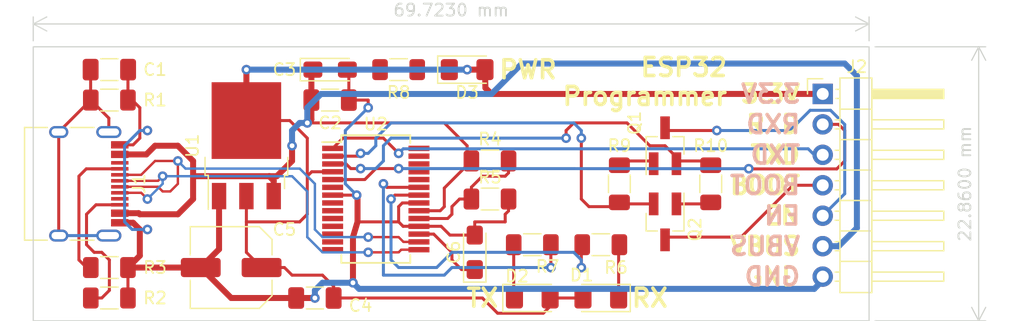
<source format=kicad_pcb>
(kicad_pcb (version 20211014) (generator pcbnew)
  (layers (0 "F.Cu" signal) (31 "B.Cu" signal) (34 "B.Paste" user) (35 "F.Paste" user) (36 "B.SilkS" user "B.Silkscreen") (37 "F.SilkS" user "F.Silkscreen") (38 "B.Mask" user) (39 "F.Mask" user) (44 "Edge.Cuts" user))
  (net 0 "")
  (net 1 "Net-(C1-Pad1)")
  (net 2 "GND")
  (net 3 "VBUS")
  (net 4 "+3.3V")
  (net 5 "Net-(C6-Pad1)")
  (net 6 "Net-(D1-Pad1)")
  (net 7 "Net-(D2-Pad1)")
  (net 8 "Net-(D3-Pad1)")
  (net 9 "Net-(J1-PadA5)")
  (net 10 "D+")
  (net 11 "D-")
  (net 13 "Net-(J1-PadB5)")
  (net 15 "RXD")
  (net 16 "EN")
  (net 17 "TXD")
  (net 18 "BOOT")
  (net 19 "RTS")
  (net 20 "Net-(R10-Pad2)")
  (net 21 "DTR")
  (net 22 "Net-(R4-Pad2)")
  (net 23 "Net-(R6-Pad1)")
  (net 24 "Net-(R7-Pad1)")
  (net 38 "Net-(R9-Pad2)")
  (footprint "Capacitor_SMD:C_1206_3216Metric_Pad1.33x1.80mm_HandSolder" (layer "F.Cu") (at 114.3 118.11 180)
    (fp_text reference "C4" (at -3.81 -0.635) (layer "F.SilkS"))
    (fp_text value "100nF")
    (pad "1" smd roundrect (at -1.5625 0 180) (size 1.325 1.8) (layers "F.Cu" "F.Paste" "F.Mask") (roundrect_rratio 0.1886792453) (net 4 "+3.3V"))
    (pad "2" smd roundrect (at 1.5625 0 180) (size 1.325 1.8) (layers "F.Cu" "F.Paste" "F.Mask") (roundrect_rratio 0.1886792453) (net 2 "GND"))
  )
  (footprint "Connector_PinHeader_2.54mm:PinHeader_1x07_P2.54mm_Horizontal" (layer "F.Cu") (at 156.661 101.087)
    (fp_text reference "J2" (at 2.851 -2.27) (layer "F.SilkS"))
    (fp_text value "Conn_01x07")
    (pad "1" thru_hole rect (at 0 0) (size 1.7 1.7) (drill 1) (layers *.Cu *.Mask) (net 4 "+3.3V"))
    (pad "2" thru_hole oval (at 0 2.54) (size 1.7 1.7) (drill 1) (layers *.Cu *.Mask) (net 15 "RXD"))
    (pad "3" thru_hole oval (at 0 5.08) (size 1.7 1.7) (drill 1) (layers *.Cu *.Mask) (net 17 "TXD"))
    (pad "4" thru_hole oval (at 0 7.62) (size 1.7 1.7) (drill 1) (layers *.Cu *.Mask) (net 18 "BOOT"))
    (pad "5" thru_hole oval (at 0 10.16) (size 1.7 1.7) (drill 1) (layers *.Cu *.Mask) (net 16 "EN"))
    (pad "6" thru_hole oval (at 0 12.7) (size 1.7 1.7) (drill 1) (layers *.Cu *.Mask) (net 3 "VBUS"))
    (pad "7" thru_hole oval (at 0 15.24) (size 1.7 1.7) (drill 1) (layers *.Cu *.Mask) (net 2 "GND"))
  )
  (footprint "Package_TO_SOT_SMD:TO-252-3_TabPin2" (layer "F.Cu") (at 108.585 105.41 90)
    (fp_text reference "U1" (at 0 -4.5 90) (layer "F.SilkS"))
    (fp_text value "TLV1117-33")
    (pad "1" smd rect (at -4.2 -2.28 90) (size 2.2 1.2) (layers "F.Cu" "F.Paste" "F.Mask") (net 2 "GND"))
    (pad "2" smd rect (at -4.2 0 90) (size 2.2 1.2) (layers "F.Cu" "F.Paste" "F.Mask") (net 4 "+3.3V"))
    (pad "2" smd rect (at 2.1 0 90) (size 6.4 5.8) (layers "F.Cu" "F.Mask") (net 4 "+3.3V"))
    (pad "3" smd rect (at -4.2 2.28 90) (size 2.2 1.2) (layers "F.Cu" "F.Paste" "F.Mask") (net 3 "VBUS"))
  )
  (footprint "Capacitor_SMD:C_Elec_6.3x5.4" (layer "F.Cu") (at 107.315 115.57 180)
    (fp_text reference "C5" (at -4.445 3.175) (layer "F.SilkS"))
    (fp_text value "47uF")
    (pad "1" smd roundrect (at -2.5375 0 180) (size 3.325 1.6) (layers "F.Cu" "F.Paste" "F.Mask") (roundrect_rratio 0.15625) (net 4 "+3.3V"))
    (pad "2" smd roundrect (at 2.5375 0 180) (size 3.325 1.6) (layers "F.Cu" "F.Paste" "F.Mask") (roundrect_rratio 0.15625) (net 2 "GND"))
  )
  (footprint "Capacitor_Tantalum_SMD:CP_EIA-3216-12_Kemet-S_Pad1.58x1.35mm_HandSolder" (layer "F.Cu") (at 115.57 99.06)
    (fp_text reference "C3" (at -3.81 0) (layer "F.SilkS"))
    (fp_text value "4.7uF")
    (pad "1" smd roundrect (at -1.4375 0) (size 1.575 1.35) (layers "F.Cu" "F.Paste" "F.Mask") (roundrect_rratio 0.1851851852) (net 3 "VBUS"))
    (pad "2" smd roundrect (at 1.4375 0) (size 1.575 1.35) (layers "F.Cu" "F.Paste" "F.Mask") (roundrect_rratio 0.1851851852) (net 2 "GND"))
  )
  (footprint "Resistor_SMD:R_1206_3216Metric_Pad1.30x1.75mm_HandSolder" (layer "F.Cu") (at 128.905 106.68)
    (fp_text reference "R4" (at 0 -1.82) (layer "F.SilkS"))
    (fp_text value "4.7K")
    (pad "1" smd roundrect (at -1.55 0) (size 1.3 1.75) (layers "F.Cu" "F.Paste" "F.Mask") (roundrect_rratio 0.1923076923) (net 3 "VBUS"))
    (pad "2" smd roundrect (at 1.55 0) (size 1.3 1.75) (layers "F.Cu" "F.Paste" "F.Mask") (roundrect_rratio 0.1923076923) (net 22 "Net-(R4-Pad2)"))
  )
  (footprint "Capacitor_SMD:C_1206_3216Metric_Pad1.33x1.80mm_HandSolder" (layer "F.Cu") (at 115.57 101.6)
    (fp_text reference "C2" (at 0 1.905) (layer "F.SilkS"))
    (fp_text value "100nF")
    (pad "1" smd roundrect (at -1.5625 0) (size 1.325 1.8) (layers "F.Cu" "F.Paste" "F.Mask") (roundrect_rratio 0.1886792453) (net 3 "VBUS"))
    (pad "2" smd roundrect (at 1.5625 0) (size 1.325 1.8) (layers "F.Cu" "F.Paste" "F.Mask") (roundrect_rratio 0.1886792453) (net 2 "GND"))
  )
  (footprint "Resistor_SMD:R_1206_3216Metric_Pad1.30x1.75mm_HandSolder" (layer "F.Cu") (at 128.905 109.855)
    (fp_text reference "R5" (at 0 -1.82) (layer "F.SilkS"))
    (fp_text value "10K")
    (pad "1" smd roundrect (at -1.55 0) (size 1.3 1.75) (layers "F.Cu" "F.Paste" "F.Mask") (roundrect_rratio 0.1923076923) (net 22 "Net-(R4-Pad2)"))
    (pad "2" smd roundrect (at 1.55 0) (size 1.3 1.75) (layers "F.Cu" "F.Paste" "F.Mask") (roundrect_rratio 0.1923076923) (net 2 "GND"))
  )
  (footprint "Resistor_SMD:R_1206_3216Metric_Pad1.30x1.75mm_HandSolder" (layer "F.Cu") (at 121.285 99.06 180)
    (fp_text reference "R8" (at 0 -1.905) (layer "F.SilkS"))
    (fp_text value "620R")
    (pad "1" smd roundrect (at -1.55 0 180) (size 1.3 1.75) (layers "F.Cu" "F.Paste" "F.Mask") (roundrect_rratio 0.1923076923) (net 8 "Net-(D3-Pad1)"))
    (pad "2" smd roundrect (at 1.55 0 180) (size 1.3 1.75) (layers "F.Cu" "F.Paste" "F.Mask") (roundrect_rratio 0.1923076923) (net 2 "GND"))
  )
  (footprint "Resistor_SMD:R_1206_3216Metric_Pad1.30x1.75mm_HandSolder" (layer "F.Cu") (at 97.155 101.6)
    (fp_text reference "R1" (at 3.81 0) (layer "F.SilkS"))
    (fp_text value "1M")
    (pad "1" smd roundrect (at -1.55 0) (size 1.3 1.75) (layers "F.Cu" "F.Paste" "F.Mask") (roundrect_rratio 0.1923076923) (net 1 "Net-(C1-Pad1)"))
    (pad "2" smd roundrect (at 1.55 0) (size 1.3 1.75) (layers "F.Cu" "F.Paste" "F.Mask") (roundrect_rratio 0.1923076923) (net 2 "GND"))
  )
  (footprint "Resistor_SMD:R_1206_3216Metric_Pad1.30x1.75mm_HandSolder" (layer "F.Cu") (at 138.15 113.665)
    (fp_text reference "R6" (at 1.27 1.905) (layer "F.SilkS"))
    (fp_text value "620R")
    (pad "1" smd roundrect (at -1.55 0) (size 1.3 1.75) (layers "F.Cu" "F.Paste" "F.Mask") (roundrect_rratio 0.1923076923) (net 23 "Net-(R6-Pad1)"))
    (pad "2" smd roundrect (at 1.55 0) (size 1.3 1.75) (layers "F.Cu" "F.Paste" "F.Mask") (roundrect_rratio 0.1923076923) (net 6 "Net-(D1-Pad1)"))
  )
  (footprint "Resistor_SMD:R_1206_3216Metric_Pad1.30x1.75mm_HandSolder" (layer "F.Cu") (at 132.435 113.665 180)
    (fp_text reference "R7" (at -1.27 -1.82) (layer "F.SilkS"))
    (fp_text value "620R")
    (pad "1" smd roundrect (at -1.55 0 180) (size 1.3 1.75) (layers "F.Cu" "F.Paste" "F.Mask") (roundrect_rratio 0.1923076923) (net 24 "Net-(R7-Pad1)"))
    (pad "2" smd roundrect (at 1.55 0 180) (size 1.3 1.75) (layers "F.Cu" "F.Paste" "F.Mask") (roundrect_rratio 0.1923076923) (net 7 "Net-(D2-Pad1)"))
  )
  (footprint "Resistor_SMD:R_1206_3216Metric_Pad1.30x1.75mm_HandSolder" (layer "F.Cu") (at 97.155 115.57)
    (fp_text reference "R3" (at 3.81 0) (layer "F.SilkS"))
    (fp_text value "5.1K")
    (pad "1" smd roundrect (at -1.55 0) (size 1.3 1.75) (layers "F.Cu" "F.Paste" "F.Mask") (roundrect_rratio 0.1923076923) (net 9 "Net-(J1-PadA5)"))
    (pad "2" smd roundrect (at 1.55 0) (size 1.3 1.75) (layers "F.Cu" "F.Paste" "F.Mask") (roundrect_rratio 0.1923076923) (net 2 "GND"))
  )
  (footprint "Connector_USB:USB_C_Receptacle_HRO_TYPE-C-31-M-12" (layer "F.Cu") (at 93.98 108.585 -90)
    (fp_text reference "J1" (at 0 -5.645 90) (layer "F.SilkS"))
    (fp_text value "USB_C")
    (pad "" np_thru_hole circle (at 2.89 -2.6 270) (size 0.65 0.65) (drill 0.65) (layers *.Cu *.Mask))
    (pad "" np_thru_hole circle (at -2.89 -2.6 270) (size 0.65 0.65) (drill 0.65) (layers *.Cu *.Mask))
    (pad "A1" smd rect (at -3.25 -4.045 270) (size 0.6 1.45) (layers "F.Cu" "F.Paste" "F.Mask") (net 2 "GND"))
    (pad "A4" smd rect (at -2.45 -4.045 270) (size 0.6 1.45) (layers "F.Cu" "F.Paste" "F.Mask") (net 3 "VBUS"))
    (pad "A5" smd rect (at -1.25 -4.045 270) (size 0.3 1.45) (layers "F.Cu" "F.Paste" "F.Mask") (net 9 "Net-(J1-PadA5)"))
    (pad "A6" smd rect (at -0.25 -4.045 270) (size 0.3 1.45) (layers "F.Cu" "F.Paste" "F.Mask") (net 10 "D+"))
    (pad "A7" smd rect (at 0.25 -4.045 270) (size 0.3 1.45) (layers "F.Cu" "F.Paste" "F.Mask") (net 11 "D-"))
    (pad "A8" smd rect (at 1.25 -4.045 270) (size 0.3 1.45) (layers "F.Cu" "F.Paste" "F.Mask"))
    (pad "A9" smd rect (at 2.45 -4.045 270) (size 0.6 1.45) (layers "F.Cu" "F.Paste" "F.Mask") (net 3 "VBUS"))
    (pad "A12" smd rect (at 3.25 -4.045 270) (size 0.6 1.45) (layers "F.Cu" "F.Paste" "F.Mask") (net 2 "GND"))
    (pad "B1" smd rect (at 3.25 -4.045 270) (size 0.6 1.45) (layers "F.Cu" "F.Paste" "F.Mask") (net 2 "GND"))
    (pad "B4" smd rect (at 2.45 -4.045 270) (size 0.6 1.45) (layers "F.Cu" "F.Paste" "F.Mask") (net 3 "VBUS"))
    (pad "B5" smd rect (at 1.75 -4.045 270) (size 0.3 1.45) (layers "F.Cu" "F.Paste" "F.Mask") (net 13 "Net-(J1-PadB5)"))
    (pad "B6" smd rect (at 0.75 -4.045 270) (size 0.3 1.45) (layers "F.Cu" "F.Paste" "F.Mask") (net 10 "D+"))
    (pad "B7" smd rect (at -0.75 -4.045 270) (size 0.3 1.45) (layers "F.Cu" "F.Paste" "F.Mask") (net 11 "D-"))
    (pad "B8" smd rect (at -1.75 -4.045 270) (size 0.3 1.45) (layers "F.Cu" "F.Paste" "F.Mask"))
    (pad "B9" smd rect (at -2.45 -4.045 270) (size 0.6 1.45) (layers "F.Cu" "F.Paste" "F.Mask") (net 3 "VBUS"))
    (pad "B12" smd rect (at -3.25 -4.045 270) (size 0.6 1.45) (layers "F.Cu" "F.Paste" "F.Mask") (net 2 "GND"))
    (pad "S1" thru_hole oval (at 4.32 -3.13 270) (size 1 2.1) (drill oval 0.6 1.7) (layers *.Cu *.Mask) (net 1 "Net-(C1-Pad1)"))
    (pad "S1" thru_hole oval (at 4.32 1.05 270) (size 1 1.6) (drill oval 0.6 1.2) (layers *.Cu *.Mask) (net 1 "Net-(C1-Pad1)"))
    (pad "S1" thru_hole oval (at -4.32 1.05 270) (size 1 1.6) (drill oval 0.6 1.2) (layers *.Cu *.Mask) (net 1 "Net-(C1-Pad1)"))
    (pad "S1" thru_hole oval (at -4.32 -3.13 270) (size 1 2.1) (drill oval 0.6 1.7) (layers *.Cu *.Mask) (net 1 "Net-(C1-Pad1)"))
  )
  (footprint "LED_SMD:LED_1206_3216Metric_Pad1.42x1.75mm_HandSolder" (layer "F.Cu") (at 138.15 118.11 180)
    (fp_text reference "D1" (at 1.6 1.905) (layer "F.SilkS"))
    (fp_text value "RX")
    (pad "1" smd roundrect (at -1.4875 0 180) (size 1.425 1.75) (layers "F.Cu" "F.Paste" "F.Mask") (roundrect_rratio 0.1754392982) (net 6 "Net-(D1-Pad1)"))
    (pad "2" smd roundrect (at 1.4875 0 180) (size 1.425 1.75) (layers "F.Cu" "F.Paste" "F.Mask") (roundrect_rratio 0.1754392982) (net 4 "+3.3V"))
  )
  (footprint "Package_TO_SOT_SMD:SOT-23_Handsoldering" (layer "F.Cu") (at 143.51 111.76 -90)
    (fp_text reference "Q2" (at 0.635 -2.5 90) (layer "F.SilkS"))
    (fp_text value "BC847")
    (pad "1" smd rect (at -1.5 -0.95 270) (size 1.9 0.8) (layers "F.Cu" "F.Paste" "F.Mask") (net 20 "Net-(R10-Pad2)"))
    (pad "2" smd rect (at -1.5 0.95 270) (size 1.9 0.8) (layers "F.Cu" "F.Paste" "F.Mask") (net 21 "DTR"))
    (pad "3" smd rect (at 1.5 0 270) (size 1.9 0.8) (layers "F.Cu" "F.Paste" "F.Mask") (net 18 "BOOT"))
  )
  (footprint "Resistor_SMD:R_1206_3216Metric_Pad1.30x1.75mm_HandSolder" (layer "F.Cu") (at 97.155 118.11)
    (fp_text reference "R2" (at 3.81 0) (layer "F.SilkS"))
    (fp_text value "5.1K")
    (pad "1" smd roundrect (at -1.55 0) (size 1.3 1.75) (layers "F.Cu" "F.Paste" "F.Mask") (roundrect_rratio 0.1923076923) (net 13 "Net-(J1-PadB5)"))
    (pad "2" smd roundrect (at 1.55 0) (size 1.3 1.75) (layers "F.Cu" "F.Paste" "F.Mask") (roundrect_rratio 0.1923076923) (net 2 "GND"))
  )
  (footprint "Capacitor_SMD:C_1206_3216Metric_Pad1.33x1.80mm_HandSolder" (layer "F.Cu") (at 97.155 99.06)
    (fp_text reference "C1" (at 3.81 0) (layer "F.SilkS"))
    (fp_text value "10nF")
    (pad "1" smd roundrect (at -1.5625 0) (size 1.325 1.8) (layers "F.Cu" "F.Paste" "F.Mask") (roundrect_rratio 0.1886792453) (net 1 "Net-(C1-Pad1)"))
    (pad "2" smd roundrect (at 1.5625 0) (size 1.325 1.8) (layers "F.Cu" "F.Paste" "F.Mask") (roundrect_rratio 0.1886792453) (net 2 "GND"))
  )
  (footprint "Resistor_SMD:R_1206_3216Metric_Pad1.30x1.75mm_HandSolder" (layer "F.Cu") (at 139.7 108.585 90)
    (fp_text reference "R9" (at 3.175 0 180) (layer "F.SilkS"))
    (fp_text value "10K")
    (pad "1" smd roundrect (at -1.55 0 90) (size 1.3 1.75) (layers "F.Cu" "F.Paste" "F.Mask") (roundrect_rratio 0.1923076923) (net 21 "DTR"))
    (pad "2" smd roundrect (at 1.55 0 90) (size 1.3 1.75) (layers "F.Cu" "F.Paste" "F.Mask") (roundrect_rratio 0.1923076923) (net 38 "Net-(R9-Pad2)"))
  )
  (footprint "Capacitor_Tantalum_SMD:CP_EIA-3216-12_Kemet-S_Pad1.58x1.35mm_HandSolder" (layer "F.Cu") (at 127.635 114.3 90)
    (fp_text reference "C6" (at 0 -1.75 90) (layer "F.SilkS"))
    (fp_text value "1uF")
    (pad "1" smd roundrect (at -1.4375 0 90) (size 1.575 1.35) (layers "F.Cu" "F.Paste" "F.Mask") (roundrect_rratio 0.1851851852) (net 5 "Net-(C6-Pad1)"))
    (pad "2" smd roundrect (at 1.4375 0 90) (size 1.575 1.35) (layers "F.Cu" "F.Paste" "F.Mask") (roundrect_rratio 0.1851851852) (net 2 "GND"))
  )
  (footprint "LED_SMD:LED_1206_3216Metric_Pad1.42x1.75mm_HandSolder" (layer "F.Cu") (at 132.435 118.11)
    (fp_text reference "D2" (at -1.27 -1.82) (layer "F.SilkS"))
    (fp_text value "TX")
    (pad "1" smd roundrect (at -1.4875 0) (size 1.425 1.75) (layers "F.Cu" "F.Paste" "F.Mask") (roundrect_rratio 0.1754392982) (net 7 "Net-(D2-Pad1)"))
    (pad "2" smd roundrect (at 1.4875 0) (size 1.425 1.75) (layers "F.Cu" "F.Paste" "F.Mask") (roundrect_rratio 0.1754392982) (net 4 "+3.3V"))
  )
  (footprint "Package_SO:SSOP-28_5.3x10.2mm_P0.65mm" (layer "F.Cu") (at 119.38 109.855)
    (fp_text reference "U2" (at 0 -6.25) (layer "F.SilkS"))
    (fp_text value "CY7C65213-28PVXI")
    (pad "1" smd rect (at -3.6 -4.225) (size 1.75 0.45) (layers "F.Cu" "F.Paste" "F.Mask") (net 17 "TXD"))
    (pad "2" smd rect (at -3.6 -3.575) (size 1.75 0.45) (layers "F.Cu" "F.Paste" "F.Mask") (net 21 "DTR"))
    (pad "3" smd rect (at -3.6 -2.925) (size 1.75 0.45) (layers "F.Cu" "F.Paste" "F.Mask") (net 19 "RTS"))
    (pad "4" smd rect (at -3.6 -2.275) (size 1.75 0.45) (layers "F.Cu" "F.Paste" "F.Mask") (net 4 "+3.3V"))
    (pad "5" smd rect (at -3.6 -1.625) (size 1.75 0.45) (layers "F.Cu" "F.Paste" "F.Mask") (net 15 "RXD"))
    (pad "6" smd rect (at -3.6 -0.975) (size 1.75 0.45) (layers "F.Cu" "F.Paste" "F.Mask"))
    (pad "7" smd rect (at -3.6 -0.325) (size 1.75 0.45) (layers "F.Cu" "F.Paste" "F.Mask") (net 2 "GND"))
    (pad "8" smd rect (at -3.6 0.325) (size 1.75 0.45) (layers "F.Cu" "F.Paste" "F.Mask"))
    (pad "9" smd rect (at -3.6 0.975) (size 1.75 0.45) (layers "F.Cu" "F.Paste" "F.Mask"))
    (pad "10" smd rect (at -3.6 1.625) (size 1.75 0.45) (layers "F.Cu" "F.Paste" "F.Mask"))
    (pad "11" smd rect (at -3.6 2.275) (size 1.75 0.45) (layers "F.Cu" "F.Paste" "F.Mask"))
    (pad "12" smd rect (at -3.6 2.925) (size 1.75 0.45) (layers "F.Cu" "F.Paste" "F.Mask"))
    (pad "13" smd rect (at -3.6 3.575) (size 1.75 0.45) (layers "F.Cu" "F.Paste" "F.Mask"))
    (pad "14" smd rect (at -3.6 4.225) (size 1.75 0.45) (layers "F.Cu" "F.Paste" "F.Mask"))
    (pad "15" smd rect (at 3.6 4.225) (size 1.75 0.45) (layers "F.Cu" "F.Paste" "F.Mask") (net 10 "D+"))
    (pad "16" smd rect (at 3.6 3.575) (size 1.75 0.45) (layers "F.Cu" "F.Paste" "F.Mask") (net 11 "D-"))
    (pad "17" smd rect (at 3.6 2.925) (size 1.75 0.45) (layers "F.Cu" "F.Paste" "F.Mask") (net 5 "Net-(C6-Pad1)"))
    (pad "18" smd rect (at 3.6 2.275) (size 1.75 0.45) (layers "F.Cu" "F.Paste" "F.Mask") (net 2 "GND"))
    (pad "19" smd rect (at 3.6 1.625) (size 1.75 0.45) (layers "F.Cu" "F.Paste" "F.Mask") (net 22 "Net-(R4-Pad2)"))
    (pad "20" smd rect (at 3.6 0.975) (size 1.75 0.45) (layers "F.Cu" "F.Paste" "F.Mask") (net 3 "VBUS"))
    (pad "21" smd rect (at 3.6 0.325) (size 1.75 0.45) (layers "F.Cu" "F.Paste" "F.Mask") (net 2 "GND"))
    (pad "22" smd rect (at 3.6 -0.325) (size 1.75 0.45) (layers "F.Cu" "F.Paste" "F.Mask") (net 23 "Net-(R6-Pad1)"))
    (pad "23" smd rect (at 3.6 -0.975) (size 1.75 0.45) (layers "F.Cu" "F.Paste" "F.Mask") (net 24 "Net-(R7-Pad1)"))
    (pad "24" smd rect (at 3.6 -1.625) (size 1.75 0.45) (layers "F.Cu" "F.Paste" "F.Mask"))
    (pad "25" smd rect (at 3.6 -2.275) (size 1.75 0.45) (layers "F.Cu" "F.Paste" "F.Mask"))
    (pad "26" smd rect (at 3.6 -2.925) (size 1.75 0.45) (layers "F.Cu" "F.Paste" "F.Mask"))
    (pad "27" smd rect (at 3.6 -3.575) (size 1.75 0.45) (layers "F.Cu" "F.Paste" "F.Mask"))
    (pad "28" smd rect (at 3.6 -4.225) (size 1.75 0.45) (layers "F.Cu" "F.Paste" "F.Mask"))
  )
  (footprint "Package_TO_SOT_SMD:SOT-23_Handsoldering" (layer "F.Cu") (at 143.51 105.41 90)
    (fp_text reference "Q1" (at 1.905 -2.54 90) (layer "F.SilkS"))
    (fp_text value "BC847")
    (pad "1" smd rect (at -1.5 -0.95 90) (size 1.9 0.8) (layers "F.Cu" "F.Paste" "F.Mask") (net 38 "Net-(R9-Pad2)"))
    (pad "2" smd rect (at -1.5 0.95 90) (size 1.9 0.8) (layers "F.Cu" "F.Paste" "F.Mask") (net 19 "RTS"))
    (pad "3" smd rect (at 1.5 0 90) (size 1.9 0.8) (layers "F.Cu" "F.Paste" "F.Mask") (net 16 "EN"))
  )
  (footprint "LED_SMD:LED_1206_3216Metric_Pad1.42x1.75mm_HandSolder" (layer "F.Cu") (at 127 99.06)
    (fp_text reference "D3" (at 0 1.905) (layer "F.SilkS"))
    (fp_text value "PWR")
    (pad "1" smd roundrect (at -1.4875 0) (size 1.425 1.75) (layers "F.Cu" "F.Paste" "F.Mask") (roundrect_rratio 0.1754392982) (net 8 "Net-(D3-Pad1)"))
    (pad "2" smd roundrect (at 1.4875 0) (size 1.425 1.75) (layers "F.Cu" "F.Paste" "F.Mask") (roundrect_rratio 0.1754392982) (net 4 "+3.3V"))
  )
  (footprint "Resistor_SMD:R_1206_3216Metric_Pad1.30x1.75mm_HandSolder" (layer "F.Cu") (at 147.32 108.585 -90)
    (fp_text reference "R10" (at -3.175 0) (layer "F.SilkS"))
    (fp_text value "10K")
    (pad "1" smd roundrect (at -1.55 0 270) (size 1.3 1.75) (layers "F.Cu" "F.Paste" "F.Mask") (roundrect_rratio 0.1923076923) (net 19 "RTS"))
    (pad "2" smd roundrect (at 1.55 0 270) (size 1.3 1.75) (layers "F.Cu" "F.Paste" "F.Mask") (roundrect_rratio 0.1923076923) (net 20 "Net-(R10-Pad2)"))
  )
  (gr_rect (start 160.528 97.155) (end 90.805 120.015) (layer "Edge.Cuts") (width 0.1) (fill none))
  (gr_text "3.3V" (at 154.94 101.087) (layer "B.SilkS") (effects (font (size 1.5 1.5) (thickness 0.3)) (justify left mirror)))
  (gr_text "TXD" (at 154.94 106.172) (layer "B.SilkS") (effects (font (size 1.5 1.5) (thickness 0.3)) (justify left mirror)))
  (gr_text "BOOT" (at 154.94 108.712) (layer "B.SilkS") (effects (font (size 1.5 1.5) (thickness 0.3)) (justify left mirror)))
  (gr_text "GND" (at 154.94 116.332) (layer "B.SilkS") (effects (font (size 1.5 1.5) (thickness 0.3)) (justify left mirror)))
  (gr_text "EN" (at 154.94 111.252) (layer "B.SilkS") (effects (font (size 1.5 1.5) (thickness 0.3)) (justify left mirror)))
  (gr_text "VBUS" (at 154.94 113.792) (layer "B.SilkS") (effects (font (size 1.5 1.5) (thickness 0.3)) (justify left mirror)))
  (gr_text "RXD" (at 154.94 103.632) (layer "B.SilkS") (effects (font (size 1.5 1.5) (thickness 0.3)) (justify left mirror)))
  (gr_text "PWR" (at 132.08 99.06) (layer "F.SilkS") (effects (font (size 1.5 1.5) (thickness 0.3))))
  (gr_text "EN" (at 154.94 111.252) (layer "F.SilkS") (effects (font (size 1.5 1.5) (thickness 0.3)) (justify right)))
  (gr_text "TXD" (at 154.94 106.172) (layer "F.SilkS") (effects (font (size 1.5 1.5) (thickness 0.3)) (justify right)))
  (gr_text "ESP32\nProgrammer" (at 148.844 100.076) (layer "F.SilkS") (effects (font (size 1.5 1.5) (thickness 0.3)) (justify right)))
  (gr_text "GND" (at 154.94 116.332) (layer "F.SilkS") (effects (font (size 1.5 1.5) (thickness 0.3)) (justify right)))
  (gr_text "RXD" (at 154.94 103.632) (layer "F.SilkS") (effects (font (size 1.5 1.5) (thickness 0.3)) (justify right)))
  (gr_text "RX" (at 142.24 118.11) (layer "F.SilkS") (effects (font (size 1.5 1.5) (thickness 0.3))))
  (gr_text "BOOT" (at 154.94 108.712) (layer "F.SilkS") (effects (font (size 1.5 1.5) (thickness 0.3)) (justify right)))
  (gr_text "VBUS" (at 154.94 113.792) (layer "F.SilkS") (effects (font (size 1.5 1.5) (thickness 0.3)) (justify right)))
  (gr_text "3.3V" (at 154.94 101.087) (layer "F.SilkS") (effects (font (size 1.5 1.5) (thickness 0.3)) (justify right)))
  (gr_text "TX" (at 128.27 118.11) (layer "F.SilkS") (effects (font (size 1.5 1.5) (thickness 0.3))))
  (dimension (type aligned) (layer "Edge.Cuts") (pts (xy 160.528 97.155) (xy 160.528 120.015)) (height -9.144) (gr_text "22.8600 mm" (at 168.522 108.585 90) (layer "Edge.Cuts") (effects (font (size 1 1) (thickness 0.15)))) (format (units 3) (units_format 1) (precision 4)) (style (thickness 0.1) (arrow_length 1.27) (text_position_mode 0) (extension_height 0.58642) (extension_offset 0.5) keep_text_aligned))
  (dimension (type aligned) (layer "Edge.Cuts") (pts (xy 160.528 97.155) (xy 90.805 97.155)) (height 1.905) (gr_text "69.7230 mm" (at 125.6665 94.1) (layer "Edge.Cuts") (effects (font (size 1 1) (thickness 0.15)))) (format (units 3) (units_format 1) (precision 4)) (style (thickness 0.1) (arrow_length 1.27) (text_position_mode 0) (extension_height 0.58642) (extension_offset 0.5) keep_text_aligned))
  (segment (start 95.605 101.6) (end 95.595 101.6) (width 0.25) (layer "F.Cu") (net 1))
  (segment (start 95.605 101.6) (end 97.11 103.105) (width 0.25) (layer "F.Cu") (net 1))
  (segment (start 95.5925 99.06) (end 95.5925 101.5875) (width 0.25) (layer "F.Cu") (net 1))
  (segment (start 97.11 112.905) (end 97.11 112.985) (width 0.25) (layer "F.Cu") (net 1))
  (segment (start 95.595 101.6) (end 92.93 104.265) (width 0.25) (layer "F.Cu") (net 1))
  (segment (start 97.11 103.105) (end 97.11 104.265) (width 0.25) (layer "F.Cu") (net 1))
  (segment (start 97.11 112.985) (end 97.155 113.03) (width 0.25) (layer "F.Cu") (net 1))
  (segment (start 95.5925 101.5875) (end 95.605 101.6) (width 0.25) (layer "F.Cu") (net 1))
  (segment (start 92.93 112.905) (end 92.93 104.265) (width 0.25) (layer "F.Cu") (net 1))
  (segment (start 97.11 112.905) (end 92.93 112.905) (width 0.25) (layer "B.Cu") (net 1))
  (segment (start 99.695 104.775) (end 99.695 102.235) (width 0.25) (layer "F.Cu") (net 2))
  (segment (start 104.7775 115.57) (end 106.305 114.0425) (width 0.5) (layer "F.Cu") (net 2))
  (segment (start 119.735 99.06) (end 117.0075 99.06) (width 0.25) (layer "F.Cu") (net 2))
  (segment (start 130.175 111.76) (end 127.635 111.76) (width 0.25) (layer "F.Cu") (net 2))
  (segment (start 121.285 110.49) (end 121.595 110.18) (width 0.25) (layer "F.Cu") (net 2))
  (segment (start 99.695 114.58) (end 99.695 112.395) (width 0.5) (layer "F.Cu") (net 2))
  (segment (start 118.745 101.6) (end 117.1325 101.6) (width 0.25) (layer "F.Cu") (net 2))
  (segment (start 127.635 111.76) (end 127.635 112.8625) (width 0.25) (layer "F.Cu") (net 2))
  (segment (start 127.635 113.4975) (end 127.635 112.395) (width 0.25) (layer "F.Cu") (net 2))
  (segment (start 127.635 113.4975) (end 127.1675 113.4975) (width 0.25) (layer "F.Cu") (net 2))
  (segment (start 117.475 113.03) (end 117.856 111.76) (width 0.5) (layer "F.Cu") (net 2))
  (segment (start 125.5625 112.8625) (end 127.635 112.8625) (width 0.25) (layer "F.Cu") (net 2))
  (segment (start 99.135 105.335) (end 99.695 104.775) (width 0.25) (layer "F.Cu") (net 2))
  (segment (start 106.305 114.0425) (end 106.305 109.61) (width 0.5) (layer "F.Cu") (net 2))
  (segment (start 99.06 101.6) (end 98.705 101.6) (width 0.25) (layer "F.Cu") (net 2))
  (segment (start 130.455 110.845) (end 130.455 109.855) (width 0.25) (layer "F.Cu") (net 2))
  (segment (start 117.1325 101.6) (end 117.1325 99.185) (width 0.25) (layer "F.Cu") (net 2))
  (segment (start 117.1325 99.185) (end 117.0075 99.06) (width 0.25) (layer "F.Cu") (net 2))
  (segment (start 98.025 111.835) (end 99.135 111.835) (width 0.5) (layer "F.Cu") (net 2))
  (segment (start 99.695 102.235) (end 99.06 101.6) (width 0.25) (layer "F.Cu") (net 2))
  (segment (start 99.135 111.835) (end 99.695 112.395) (width 0.5) (layer "F.Cu") (net 2))
  (segment (start 118.745 102.235) (end 118.745 101.6) (width 0.25) (layer "F.Cu") (net 2))
  (segment (start 130.175 111.125) (end 130.175 111.76) (width 0.25) (layer "F.Cu") (net 2))
  (segment (start 117.856 111.76) (end 117.856 109.601) (width 0.5) (layer "F.Cu") (net 2))
  (segment (start 122.98 112.13) (end 121.655 112.13) (width 0.25) (layer "F.Cu") (net 2))
  (segment (start 124.83 112.13) (end 122.98 112.13) (width 0.25) (layer "F.Cu") (net 2))
  (segment (start 121.595 110.18) (end 122.98 110.18) (width 0.25) (layer "F.Cu") (net 2))
  (segment (start 98.705 99.0725) (end 98.7175 99.06) (width 0.25) (layer "F.Cu") (net 2))
  (segment (start 121.655 112.13) (end 121.285 111.76) (width 0.25) (layer "F.Cu") (net 2))
  (segment (start 107.3175 118.11) (end 104.7775 115.57) (width 0.5) (layer "F.Cu") (net 2))
  (segment (start 98.705 115.57) (end 99.695 114.58) (width 0.5) (layer "F.Cu") (net 2))
  (segment (start 98.705 115.57) (end 98.705 118.11) (width 0.25) (layer "F.Cu") (net 2))
  (segment (start 99.695 112.395) (end 100.33 112.395) (width 0.25) (layer "F.Cu") (net 2))
  (segment (start 130.455 110.845) (end 130.175 111.125) (width 0.25) (layer "F.Cu") (net 2))
  (segment (start 121.285 111.76) (end 121.285 110.49) (width 0.25) (layer "F.Cu") (net 2))
  (segment (start 98.705 115.57) (end 104.7775 115.57) (width 0.5) (layer "F.Cu") (net 2))
  (segment (start 115.78 109.53) (end 117.785 109.53) (width 0.25) (layer "F.Cu") (net 2))
  (segment (start 98.705 101.6) (end 98.705 99.0725) (width 0.25) (layer "F.Cu") (net 2))
  (segment (start 124.83 112.13) (end 125.5625 112.8625) (width 0.25) (layer "F.Cu") (net 2))
  (segment (start 112.7375 118.11) (end 114.3 118.11) (width 0.5) (layer "F.Cu") (net 2))
  (segment (start 117.856 111.76) (end 121.285 111.76) (width 0.25) (layer "F.Cu") (net 2))
  (segment (start 112.7375 118.11) (end 107.3175 118.11) (width 0.5) (layer "F.Cu") (net 2))
  (segment (start 100.33 104.14) (end 99.695 104.14) (width 0.25) (layer "F.Cu") (net 2))
  (segment (start 98.025 105.335) (end 99.135 105.335) (width 0.25) (layer "F.Cu") (net 2))
  (segment (start 117.856 109.601) (end 117.785 109.53) (width 0.25) (layer "F.Cu") (net 2))
  (segment (start 117.475 116.84) (end 117.475 113.03) (width 0.5) (layer "F.Cu") (net 2))
  (via (at 100.33 112.395) (size 0.8) (drill 0.4) (layers "F.Cu" "B.Cu") (net 2))
  (via (at 118.745 102.235) (size 0.8) (drill 0.4) (layers "F.Cu" "B.Cu") (net 2))
  (via (at 114.3 118.11) (size 0.8) (drill 0.4) (layers "F.Cu" "B.Cu") (net 2))
  (via (at 100.33 104.14) (size 0.8) (drill 0.4) (layers "F.Cu" "B.Cu") (net 2))
  (via (at 117.475 116.84) (size 0.8) (drill 0.4) (layers "F.Cu" "B.Cu") (net 2))
  (via (at 117.785 109.53) (size 0.8) (drill 0.4) (layers "F.Cu" "B.Cu") (net 2))
  (segment (start 155.956 117.348) (end 117.983 117.348) (width 0.5) (layer "B.Cu") (net 2))
  (segment (start 114.3 117.475) (end 114.935 116.84) (width 0.5) (layer "B.Cu") (net 2))
  (segment (start 114.935 116.84) (end 117.475 116.84) (width 0.5) (layer "B.Cu") (net 2))
  (segment (start 117.983 117.348) (end 117.475 116.84) (width 0.5) (layer "B.Cu") (net 2))
  (segment (start 114.3 118.11) (end 114.3 117.475) (width 0.5) (layer "B.Cu") (net 2))
  (segment (start 156.661 116.643) (end 155.956 117.348) (width 0.5) (layer "B.Cu") (net 2))
  (segment (start 100.33 112.395) (end 99.06 112.395) (width 0.25) (layer "B.Cu") (net 2))
  (segment (start 98.425 111.76) (end 98.425 105.41) (width 0.25) (layer "B.Cu") (net 2))
  (segment (start 116.84 108.585) (end 116.84 104.14) (width 0.25) (layer "B.Cu") (net 2))
  (segment (start 117.785 109.53) (end 116.84 108.585) (width 0.25) (layer "B.Cu") (net 2))
  (segment (start 156.661 116.327) (end 156.661 116.643) (width 0.5) (layer "B.Cu") (net 2))
  (segment (start 99.695 104.14) (end 100.33 104.14) (width 0.25) (layer "B.Cu") (net 2))
  (segment (start 99.06 112.395) (end 98.425 111.76) (width 0.25) (layer "B.Cu") (net 2))
  (segment (start 116.84 104.14) (end 118.745 102.235) (width 0.25) (layer "B.Cu") (net 2))
  (segment (start 98.425 105.41) (end 99.695 104.14) (width 0.25) (layer "B.Cu") (net 2))
  (segment (start 102.87 111.125) (end 99.695 111.125) (width 0.5) (layer "F.Cu") (net 3))
  (segment (start 98.025 106.135) (end 100.24 106.135) (width 0.5) (layer "F.Cu") (net 3))
  (segment (start 127.355 106.68) (end 125.095 108.94) (width 0.25) (layer "F.Cu") (net 3))
  (segment (start 110.865 108.325) (end 110.865 109.61) (width 0.5) (layer "F.Cu") (net 3))
  (segment (start 113.715 103.505) (end 114.0075 103.2125) (width 0.5) (layer "F.Cu") (net 3))
  (segment (start 124.755 110.83) (end 122.98 110.83) (width 0.25) (layer "F.Cu") (net 3))
  (segment (start 114.0075 99.185) (end 114.1325 99.06) (width 0.25) (layer "F.Cu") (net 3))
  (segment (start 100.965 105.41) (end 102.87 105.41) (width 0.5) (layer "F.Cu") (net 3))
  (segment (start 112.395 106.68) (end 112.395 105.41) (width 0.5) (layer "F.Cu") (net 3))
  (segment (start 99.695 111.125) (end 99.605 111.035) (width 0.5) (layer "F.Cu") (net 3))
  (segment (start 110.735 109.61) (end 110.865 109.61) (width 0.25) (layer "F.Cu") (net 3))
  (segment (start 113.665 103.505) (end 113.715 103.505) (width 0.25) (layer "F.Cu") (net 3))
  (segment (start 102.87 105.41) (end 104.14 106.68) (width 0.5) (layer "F.Cu") (net 3))
  (segment (start 127 105.41) (end 125.095 103.505) (width 0.25) (layer "F.Cu") (net 3))
  (segment (start 111.125 107.95) (end 112.395 106.68) (width 0.5) (layer "F.Cu") (net 3))
  (segment (start 125.095 110.49) (end 124.755 110.83) (width 0.25) (layer "F.Cu") (net 3))
  (segment (start 127 106.325) (end 127 105.41) (width 0.25) (layer "F.Cu") (net 3))
  (segment (start 114.0075 103.2125) (end 114.0075 101.6) (width 0.5) (layer "F.Cu") (net 3))
  (segment (start 104.14 106.68) (end 104.14 107.95) (width 0.5) (layer "F.Cu") (net 3))
  (segment (start 125.095 103.505) (end 113.665 103.505) (width 0.25) (layer "F.Cu") (net 3))
  (segment (start 125.095 108.94) (end 125.095 110.49) (width 0.25) (layer "F.Cu") (net 3))
  (segment (start 110.49 107.95) (end 111.125 107.95) (width 0.5) (layer "F.Cu") (net 3))
  (segment (start 127.355 106.68) (end 127 106.325) (width 0.25) (layer "F.Cu") (net 3))
  (segment (start 104.14 107.95) (end 104.14 109.855) (width 0.5) (layer "F.Cu") (net 3))
  (segment (start 110.49 107.95) (end 104.14 107.95) (width 0.5) (layer "F.Cu") (net 3))
  (segment (start 99.605 111.035) (end 98.025 111.035) (width 0.5) (layer "F.Cu") (net 3))
  (segment (start 110.49 107.95) (end 110.865 108.325) (width 0.5) (layer "F.Cu") (net 3))
  (segment (start 110.49 109.855) (end 110.735 109.61) (width 0.25) (layer "F.Cu") (net 3))
  (segment (start 104.14 109.855) (end 102.87 111.125) (width 0.5) (layer "F.Cu") (net 3))
  (segment (start 100.24 106.135) (end 100.965 105.41) (width 0.5) (layer "F.Cu") (net 3))
  (segment (start 114.0075 101.6) (end 114.0075 99.185) (width 0.5) (layer "F.Cu") (net 3))
  (via (at 112.395 105.41) (size 0.8) (drill 0.4) (layers "F.Cu" "B.Cu") (net 3))
  (via (at 113.665 103.505) (size 0.8) (drill 0.4) (layers "F.Cu" "B.Cu") (net 3))
  (segment (start 158.496 98.552) (end 131.572 98.552) (width 0.5) (layer "B.Cu") (net 3))
  (segment (start 131.572 98.552) (end 129.032 101.092) (width 0.5) (layer "B.Cu") (net 3))
  (segment (start 113.665 102.235) (end 113.665 103.505) (width 0.5) (layer "B.Cu") (net 3))
  (segment (start 112.395 104.14) (end 113.03 103.505) (width 0.5) (layer "B.Cu") (net 3))
  (segment (start 114.808 101.092) (end 113.665 102.235) (width 0.5) (layer "B.Cu") (net 3))
  (segment (start 129.032 101.092) (end 114.808 101.092) (width 0.5) (layer "B.Cu") (net 3))
  (segment (start 157.983 113.787) (end 157.988 113.792) (width 0.5) (layer "B.Cu") (net 3))
  (segment (start 157.988 113.792) (end 159.512 112.268) (width 0.5) (layer "B.Cu") (net 3))
  (segment (start 159.512 99.568) (end 158.496 98.552) (width 0.5) (layer "B.Cu") (net 3))
  (segment (start 113.03 103.505) (end 113.665 103.505) (width 0.5) (layer "B.Cu") (net 3))
  (segment (start 156.661 113.787) (end 157.983 113.787) (width 0.5) (layer "B.Cu") (net 3))
  (segment (start 112.395 105.41) (end 112.395 104.14) (width 0.5) (layer "B.Cu") (net 3))
  (segment (start 159.512 112.268) (end 159.512 99.568) (width 0.5) (layer "B.Cu") (net 3))
  (segment (start 108.585 111.76) (end 113.03 111.76) (width 0.25) (layer "F.Cu") (net 4))
  (segment (start 115.8625 117.1325) (end 115.8625 118.11) (width 0.25) (layer "F.Cu") (net 4))
  (segment (start 136.6625 118.11) (end 133.9225 118.11) (width 0.25) (layer "F.Cu") (net 4))
  (segment (start 108.585 103.31) (end 112.2 103.31) (width 0.25) (layer "F.Cu") (net 4))
  (segment (start 113.665 107.95) (end 114.035 107.58) (width 0.25) (layer "F.Cu") (net 4))
  (segment (start 114.935 116.205) (end 115.8625 117.1325) (width 0.25) (layer "F.Cu") (net 4))
  (segment (start 129.032 101.092) (end 156.661 101.087) (width 0.5) (layer "F.Cu") (net 4))
  (segment (start 127 99.06) (end 128.4875 99.06) (width 0.5) (layer "F.Cu") (net 4))
  (segment (start 114.035 107.58) (end 115.78 107.58) (width 0.25) (layer "F.Cu") (net 4))
  (segment (start 108.585 109.61) (end 108.585 111.76) (width 0.25) (layer "F.Cu") (net 4))
  (segment (start 133.9225 118.8075) (end 133.9225 118.11) (width 0.25) (layer "F.Cu") (net 4))
  (segment (start 129.54 119.38) (end 133.35 119.38) (width 0.25) (layer "F.Cu") (net 4))
  (segment (start 113.665 104.775) (end 113.665 107.95) (width 0.25) (layer "F.Cu") (net 4))
  (segment (start 113.665 111.125) (end 113.665 107.95) (width 0.25) (layer "F.Cu") (net 4))
  (segment (start 112.395 116.205) (end 114.935 116.205) (width 0.25) (layer "F.Cu") (net 4))
  (segment (start 108.585 114.3025) (end 109.8525 115.57) (width 0.25) (layer "F.Cu") (net 4))
  (segment (start 133.35 119.38) (end 133.9225 118.8075) (width 0.25) (layer "F.Cu") (net 4))
  (segment (start 128.4875 99.06) (end 128.524 100.584) (width 0.5) (layer "F.Cu") (net 4))
  (segment (start 109.8525 115.57) (end 111.76 115.57) (width 0.25) (layer "F.Cu") (net 4))
  (segment (start 111.76 115.57) (end 112.395 116.205) (width 0.25) (layer "F.Cu") (net 4))
  (segment (start 128.524 100.584) (end 129.032 101.092) (width 0.5) (layer "F.Cu") (net 4))
  (segment (start 128.27 118.11) (end 129.54 119.38) (width 0.25) (layer "F.Cu") (net 4))
  (segment (start 108.585 111.76) (end 108.585 114.3025) (width 0.25) (layer "F.Cu") (net 4))
  (segment (start 113.03 111.76) (end 113.665 111.125) (width 0.25) (layer "F.Cu") (net 4))
  (segment (start 108.585 103.31) (end 108.585 99.06) (width 0.5) (layer "F.Cu") (net 4))
  (segment (start 115.8625 118.11) (end 128.27 118.11) (width 0.25) (layer "F.Cu") (net 4))
  (segment (start 112.2 103.31) (end 113.665 104.775) (width 0.25) (layer "F.Cu") (net 4))
  (via (at 108.585 99.06) (size 0.8) (drill 0.4) (layers "F.Cu" "B.Cu") (net 4))
  (via (at 127 99.06) (size 0.8) (drill 0.4) (layers "F.Cu" "B.Cu") (net 4))
  (segment (start 108.585 99.06) (end 127 99.06) (width 0.5) (layer "B.Cu") (net 4))
  (segment (start 127.635 115.7375) (end 126.5325 115.7375) (width 0.25) (layer "F.Cu") (net 5))
  (segment (start 124.21 112.78) (end 122.98 112.78) (width 0.25) (layer "F.Cu") (net 5))
  (segment (start 125.73 114.3) (end 124.21 112.78) (width 0.25) (layer "F.Cu") (net 5))
  (segment (start 126.5325 115.7375) (end 125.73 114.935) (width 0.25) (layer "F.Cu") (net 5))
  (segment (start 125.73 114.935) (end 125.73 114.3) (width 0.25) (layer "F.Cu") (net 5))
  (segment (start 139.6375 113.7275) (end 139.7 113.665) (width 0.25) (layer "F.Cu") (net 6))
  (segment (start 139.6375 118.11) (end 139.6375 113.7275) (width 0.25) (layer "F.Cu") (net 6))
  (segment (start 130.885 113.665) (end 130.885 118.0475) (width 0.25) (layer "F.Cu") (net 7))
  (segment (start 130.885 118.0475) (end 130.9475 118.11) (width 0.25) (layer "F.Cu") (net 7))
  (segment (start 125.5125 99.06) (end 122.835 99.06) (width 0.25) (layer "F.Cu") (net 8))
  (segment (start 95.23 107.335) (end 98.025 107.335) (width 0.25) (layer "F.Cu") (net 9))
  (segment (start 94.615 114.935) (end 94.615 107.95) (width 0.25) (layer "F.Cu") (net 9))
  (segment (start 95.605 115.57) (end 95.25 115.57) (width 0.25) (layer "F.Cu") (net 9))
  (segment (start 94.615 107.95) (end 95.23 107.335) (width 0.25) (layer "F.Cu") (net 9))
  (segment (start 95.25 115.57) (end 94.615 114.935) (width 0.25) (layer "F.Cu") (net 9))
  (segment (start 101.215 108.335) (end 101.6 107.95) (width 0.2) (layer "F.Cu") (net 10))
  (segment (start 121.505 114.08) (end 122.98 114.08) (width 0.2) (layer "F.Cu") (net 10))
  (segment (start 98.025 108.335) (end 101.215 108.335) (width 0.2) (layer "F.Cu") (net 10))
  (segment (start 118.745 114.3) (end 121.285 114.3) (width 0.2) (layer "F.Cu") (net 10))
  (segment (start 121.285 114.3) (end 121.505 114.08) (width 0.2) (layer "F.Cu") (net 10))
  (segment (start 99.81 109.335) (end 100.33 109.855) (width 0.2) (layer "F.Cu") (net 10))
  (segment (start 98.025 109.335) (end 99.81 109.335) (width 0.2) (layer "F.Cu") (net 10))
  (via (at 100.33 109.855) (size 0.8) (drill 0.4) (layers "F.Cu" "B.Cu") (net 10))
  (via (at 118.745 114.3) (size 0.8) (drill 0.4) (layers "F.Cu" "B.Cu") (net 10))
  (via (at 101.6 107.95) (size 0.8) (drill 0.4) (layers "F.Cu" "B.Cu") (net 10))
  (segment (start 101.6 108.585) (end 100.33 109.855) (width 0.2) (layer "B.Cu") (net 10))
  (segment (start 101.6 107.95) (end 101.6 108.585) (width 0.2) (layer "B.Cu") (net 10))
  (segment (start 114.935 114.3) (end 113.665 113.03) (width 0.2) (layer "B.Cu") (net 10))
  (segment (start 118.745 114.3) (end 114.935 114.3) (width 0.2) (layer "B.Cu") (net 10))
  (segment (start 113.665 109.22) (end 112.395 107.95) (width 0.2) (layer "B.Cu") (net 10))
  (segment (start 112.395 107.95) (end 101.6 107.95) (width 0.2) (layer "B.Cu") (net 10))
  (segment (start 113.665 113.03) (end 113.665 109.22) (width 0.2) (layer "B.Cu") (net 10))
  (segment (start 100.965 106.68) (end 99.81 107.835) (width 0.2) (layer "F.Cu") (net 11))
  (segment (start 118.745 113.03) (end 121.285 113.03) (width 0.2) (layer "F.Cu") (net 11))
  (segment (start 102.87 106.68) (end 102.87 108.585) (width 0.2) (layer "F.Cu") (net 11))
  (segment (start 102.87 106.68) (end 100.965 106.68) (width 0.2) (layer "F.Cu") (net 11))
  (segment (start 102.87 108.585) (end 102.235 109.22) (width 0.2) (layer "F.Cu") (net 11))
  (segment (start 99.81 107.835) (end 98.025 107.835) (width 0.2) (layer "F.Cu") (net 11))
  (segment (start 101.215 108.835) (end 98.025 108.835) (width 0.2) (layer "F.Cu") (net 11))
  (segment (start 101.6 109.22) (end 101.215 108.835) (width 0.2) (layer "F.Cu") (net 11))
  (segment (start 102.235 109.22) (end 101.6 109.22) (width 0.2) (layer "F.Cu") (net 11))
  (segment (start 121.685 113.43) (end 122.98 113.43) (width 0.2) (layer "F.Cu") (net 11))
  (segment (start 121.285 113.03) (end 121.685 113.43) (width 0.2) (layer "F.Cu") (net 11))
  (via (at 118.745 113.03) (size 0.8) (drill 0.4) (layers "F.Cu" "B.Cu") (net 11))
  (via (at 102.87 106.68) (size 0.8) (drill 0.4) (layers "F.Cu" "B.Cu") (net 11))
  (segment (start 114.3 112.395) (end 114.3 108.585) (width 0.2) (layer "B.Cu") (net 11))
  (segment (start 114.935 113.03) (end 114.3 112.395) (width 0.2) (layer "B.Cu") (net 11))
  (segment (start 103.505 107.315) (end 102.87 106.68) (width 0.2) (layer "B.Cu") (net 11))
  (segment (start 114.3 108.585) (end 113.03 107.315) (width 0.2) (layer "B.Cu") (net 11))
  (segment (start 118.745 113.03) (end 114.935 113.03) (width 0.2) (layer "B.Cu") (net 11))
  (segment (start 113.03 107.315) (end 103.505 107.315) (width 0.2) (layer "B.Cu") (net 11))
  (segment (start 96.04 110.335) (end 98.025 110.335) (width 0.25) (layer "F.Cu") (net 13))
  (segment (start 96.52 118.11) (end 97.155 117.475) (width 0.25) (layer "F.Cu") (net 13))
  (segment (start 95.605 118.11) (end 96.52 118.11) (width 0.25) (layer "F.Cu") (net 13))
  (segment (start 95.25 111.125) (end 96.04 110.335) (width 0.25) (layer "F.Cu") (net 13))
  (segment (start 96.52 114.3) (end 95.885 114.3) (width 0.25) (layer "F.Cu") (net 13))
  (segment (start 97.155 114.935) (end 96.52 114.3) (width 0.25) (layer "F.Cu") (net 13))
  (segment (start 95.25 113.665) (end 95.25 111.125) (width 0.25) (layer "F.Cu") (net 13))
  (segment (start 95.885 114.3) (end 95.25 113.665) (width 0.25) (layer "F.Cu") (net 13))
  (segment (start 97.155 117.475) (end 97.155 114.935) (width 0.25) (layer "F.Cu") (net 13))
  (segment (start 158.496 106.68) (end 158.496 104.14) (width 0.25) (layer "F.Cu") (net 15))
  (segment (start 150.495 107.325) (end 150.512 107.342) (width 0.25) (layer "F.Cu") (net 15))
  (segment (start 119.38 107.315) (end 121.285 107.315) (width 0.25) (layer "F.Cu") (net 15))
  (segment (start 118.465 108.23) (end 115.78 108.23) (width 0.25) (layer "F.Cu") (net 15))
  (segment (start 158.496 104.14) (end 157.983 103.627) (width 0.25) (layer "F.Cu") (net 15))
  (segment (start 150.512 107.342) (end 157.834 107.342) (width 0.25) (layer "F.Cu") (net 15))
  (segment (start 118.465 108.23) (end 119.38 107.315) (width 0.25) (layer "F.Cu") (net 15))
  (segment (start 157.983 103.627) (end 156.661 103.627) (width 0.25) (layer "F.Cu") (net 15))
  (segment (start 157.834 107.342) (end 158.496 106.68) (width 0.25) (layer "F.Cu") (net 15))
  (via (at 150.495 107.325) (size 0.8) (drill 0.4) (layers "F.Cu" "B.Cu") (net 15))
  (via (at 121.285 107.315) (size 0.8) (drill 0.4) (layers "F.Cu" "B.Cu") (net 15))
  (segment (start 121.285 107.315) (end 150.495 107.325) (width 0.25) (layer "B.Cu") (net 15))
  (segment (start 156.661 111.247) (end 156.469 111.247) (width 0.25) (layer "F.Cu") (net 16))
  (segment (start 147.828 104.14) (end 143.74 104.14) (width 0.25) (layer "F.Cu") (net 16))
  (segment (start 156.469 111.247) (end 156.464 111.252) (width 0.25) (layer "F.Cu") (net 16))
  (segment (start 143.74 104.14) (end 143.51 103.91) (width 0.25) (layer "F.Cu") (net 16))
  (via (at 147.828 104.14) (size 0.8) (drill 0.4) (layers "F.Cu" "B.Cu") (net 16))
  (segment (start 153.924 104.14) (end 147.828 104.14) (width 0.25) (layer "B.Cu") (net 16))
  (segment (start 158.496 109.412) (end 158.496 103.632) (width 0.25) (layer "B.Cu") (net 16))
  (segment (start 156.661 111.247) (end 158.496 109.412) (width 0.25) (layer "B.Cu") (net 16))
  (segment (start 155.612 102.452) (end 153.924 104.14) (width 0.25) (layer "B.Cu") (net 16))
  (segment (start 158.496 103.632) (end 157.316 102.452) (width 0.25) (layer "B.Cu") (net 16))
  (segment (start 157.316 102.452) (end 155.612 102.452) (width 0.25) (layer "B.Cu") (net 16))
  (segment (start 121.285 106.045) (end 120.015 104.775) (width 0.25) (layer "F.Cu") (net 17))
  (segment (start 120.015 104.775) (end 116.635 104.775) (width 0.25) (layer "F.Cu") (net 17))
  (segment (start 116.635 104.775) (end 115.78 105.63) (width 0.25) (layer "F.Cu") (net 17))
  (via (at 121.285 106.045) (size 0.8) (drill 0.4) (layers "F.Cu" "B.Cu") (net 17))
  (segment (start 155.448 105.664) (end 121.666 105.664) (width 0.25) (layer "B.Cu") (net 17))
  (segment (start 156.661 106.167) (end 155.951 106.167) (width 0.25) (layer "B.Cu") (net 17))
  (segment (start 155.951 106.167) (end 155.448 105.664) (width 0.25) (layer "B.Cu") (net 17))
  (segment (start 121.666 105.664) (end 121.285 106.045) (width 0.25) (layer "B.Cu") (net 17))
  (segment (start 156.661 108.707) (end 154.183 108.707) (width 0.25) (layer "F.Cu") (net 18))
  (segment (start 149.86 113.03) (end 143.74 113.03) (width 0.25) (layer "F.Cu") (net 18))
  (segment (start 154.183 108.707) (end 149.86 113.03) (width 0.25) (layer "F.Cu") (net 18))
  (segment (start 143.74 113.03) (end 143.51 113.26) (width 0.25) (layer "F.Cu") (net 18))
  (segment (start 146.685 106.68) (end 144.69 106.68) (width 0.25) (layer "F.Cu") (net 19))
  (segment (start 142.24 105.41) (end 143.51 105.41) (width 0.25) (layer "F.Cu") (net 19))
  (segment (start 115.78 106.93) (end 116.905 106.93) (width 0.25) (layer "F.Cu") (net 19))
  (segment (start 147.32 107.035) (end 147.04 107.035) (width 0.25) (layer "F.Cu") (net 19))
  (segment (start 116.905 106.93) (end 117.29 107.315) (width 0.25) (layer "F.Cu") (net 19))
  (segment (start 135.89 103.505) (end 140.335 103.505) (width 0.25) (layer "F.Cu") (net 19))
  (segment (start 144.69 106.68) (end 144.46 106.91) (width 0.25) (layer "F.Cu") (net 19))
  (segment (start 117.29 107.315) (end 118.11 107.315) (width 0.25) (layer "F.Cu") (net 19))
  (segment (start 147.04 107.035) (end 146.685 106.68) (width 0.25) (layer "F.Cu") (net 19))
  (segment (start 144.46 106.36) (end 144.46 106.91) (width 0.25) (layer "F.Cu") (net 19))
  (segment (start 135.255 104.14) (end 135.89 103.505) (width 0.25) (layer "F.Cu") (net 19))
  (segment (start 135.255 104.775) (end 135.255 104.14) (width 0.25) (layer "F.Cu") (net 19))
  (segment (start 140.335 103.505) (end 142.24 105.41) (width 0.25) (layer "F.Cu") (net 19))
  (segment (start 143.51 105.41) (end 144.46 106.36) (width 0.25) (layer "F.Cu") (net 19))
  (via (at 118.11 107.315) (size 0.8) (drill 0.4) (layers "F.Cu" "B.Cu") (net 19))
  (via (at 135.255 104.775) (size 0.8) (drill 0.4) (layers "F.Cu" "B.Cu") (net 19))
  (segment (start 119.38 107.315) (end 120.015 106.68) (width 0.25) (layer "B.Cu") (net 19))
  (segment (start 120.015 105.41) (end 120.65 104.775) (width 0.25) (layer "B.Cu") (net 19))
  (segment (start 120.015 106.68) (end 120.015 105.41) (width 0.25) (layer "B.Cu") (net 19))
  (segment (start 120.65 104.775) (end 135.255 104.775) (width 0.25) (layer "B.Cu") (net 19))
  (segment (start 118.11 107.315) (end 119.38 107.315) (width 0.25) (layer "B.Cu") (net 19))
  (segment (start 147.195 110.26) (end 147.32 110.135) (width 0.25) (layer "F.Cu") (net 20))
  (segment (start 144.46 110.26) (end 147.195 110.26) (width 0.25) (layer "F.Cu") (net 20))
  (segment (start 147.32 110.135) (end 147.32 109.728) (width 0.25) (layer "F.Cu") (net 20))
  (segment (start 139.825 110.26) (end 142.56 110.26) (width 0.25) (layer "F.Cu") (net 21))
  (segment (start 139.7 110.135) (end 139.825 110.26) (width 0.25) (layer "F.Cu") (net 21))
  (segment (start 139.345 110.49) (end 139.7 110.135) (width 0.25) (layer "F.Cu") (net 21))
  (segment (start 137.16 110.49) (end 139.345 110.49) (width 0.25) (layer "F.Cu") (net 21))
  (segment (start 136.525 104.775) (end 136.525 109.855) (width 0.25) (layer "F.Cu") (net 21))
  (segment (start 117.875 106.28) (end 118.11 106.045) (width 0.25) (layer "F.Cu") (net 21))
  (segment (start 136.525 109.855) (end 137.16 110.49) (width 0.25) (layer "F.Cu") (net 21))
  (segment (start 115.78 106.28) (end 117.875 106.28) (width 0.25) (layer "F.Cu") (net 21))
  (via (at 118.11 106.045) (size 0.8) (drill 0.4) (layers "F.Cu" "B.Cu") (net 21))
  (via (at 136.525 104.775) (size 0.8) (drill 0.4) (layers "F.Cu" "B.Cu") (net 21))
  (segment (start 136.525 104.14) (end 136.525 104.775) (width 0.25) (layer "B.Cu") (net 21))
  (segment (start 118.11 106.045) (end 118.745 106.045) (width 0.25) (layer "B.Cu") (net 21))
  (segment (start 120.65 103.505) (end 135.89 103.505) (width 0.25) (layer "B.Cu") (net 21))
  (segment (start 119.38 104.775) (end 120.65 103.505) (width 0.25) (layer "B.Cu") (net 21))
  (segment (start 119.38 105.41) (end 119.38 104.775) (width 0.25) (layer "B.Cu") (net 21))
  (segment (start 135.89 103.505) (end 136.525 104.14) (width 0.25) (layer "B.Cu") (net 21))
  (segment (start 118.745 106.045) (end 119.38 105.41) (width 0.25) (layer "B.Cu") (net 21))
  (segment (start 125.375 111.48) (end 122.98 111.48) (width 0.25) (layer "F.Cu") (net 22))
  (segment (start 125.73 110.49) (end 125.73 111.125) (width 0.25) (layer "F.Cu") (net 22))
  (segment (start 127.355 109.855) (end 126.365 109.855) (width 0.25) (layer "F.Cu") (net 22))
  (segment (start 127.355 108.865) (end 127.355 109.855) (width 0.25) (layer "F.Cu") (net 22))
  (segment (start 126.365 109.855) (end 125.73 110.49) (width 0.25) (layer "F.Cu") (net 22))
  (segment (start 130.455 107.67) (end 130.175 107.95) (width 0.25) (layer "F.Cu") (net 22))
  (segment (start 128.27 107.95) (end 127.355 108.865) (width 0.25) (layer "F.Cu") (net 22))
  (segment (start 130.455 106.68) (end 130.455 107.67) (width 0.25) (layer "F.Cu") (net 22))
  (segment (start 125.73 111.125) (end 125.375 111.48) (width 0.25) (layer "F.Cu") (net 22))
  (segment (start 130.175 107.95) (end 128.27 107.95) (width 0.25) (layer "F.Cu") (net 22))
  (segment (start 122.98 109.53) (end 120.975 109.53) (width 0.25) (layer "F.Cu") (net 23))
  (segment (start 136.525 113.74) (end 136.525 115.57) (width 0.25) (layer "F.Cu") (net 23))
  (segment (start 136.6 113.665) (end 136.525 113.74) (width 0.25) (layer "F.Cu") (net 23))
  (segment (start 120.975 109.53) (end 120.65 109.855) (width 0.25) (layer "F.Cu") (net 23))
  (via (at 120.65 109.855) (size 0.8) (drill 0.4) (layers "F.Cu" "B.Cu") (net 23))
  (via (at 136.525 115.57) (size 0.8) (drill 0.4) (layers "F.Cu" "B.Cu") (net 23))
  (segment (start 135.89 114.3) (end 125.73 114.3) (width 0.25) (layer "B.Cu") (net 23))
  (segment (start 125.73 114.3) (end 124.46 115.57) (width 0.25) (layer "B.Cu") (net 23))
  (segment (start 124.46 115.57) (end 121.285 115.57) (width 0.25) (layer "B.Cu") (net 23))
  (segment (start 136.525 114.935) (end 135.89 114.3) (width 0.25) (layer "B.Cu") (net 23))
  (segment (start 120.65 114.935) (end 120.65 109.855) (width 0.25) (layer "B.Cu") (net 23))
  (segment (start 136.525 115.57) (end 136.525 114.935) (width 0.25) (layer "B.Cu") (net 23))
  (segment (start 121.285 115.57) (end 120.65 114.935) (width 0.25) (layer "B.Cu") (net 23))
  (segment (start 133.985 113.665) (end 133.985 115.57) (width 0.25) (layer "F.Cu") (net 24))
  (segment (start 120.31 108.88) (end 120.015 108.585) (width 0.25) (layer "F.Cu") (net 24))
  (segment (start 122.98 108.88) (end 120.31 108.88) (width 0.25) (layer "F.Cu") (net 24))
  (via (at 120.015 108.585) (size 0.8) (drill 0.4) (layers "F.Cu" "B.Cu") (net 24))
  (via (at 133.985 115.57) (size 0.8) (drill 0.4) (layers "F.Cu" "B.Cu") (net 24))
  (segment (start 125.73 115.57) (end 125.095 116.205) (width 0.25) (layer "B.Cu") (net 24))
  (segment (start 133.985 115.57) (end 125.73 115.57) (width 0.25) (layer "B.Cu") (net 24))
  (segment (start 125.095 116.205) (end 120.015 116.205) (width 0.25) (layer "B.Cu") (net 24))
  (segment (start 120.015 116.205) (end 120.015 108.585) (width 0.25) (layer "B.Cu") (net 24))
  (segment (start 142.56 106.91) (end 142.47 106.91) (width 0.25) (layer "F.Cu") (net 38))
  (segment (start 140.055 106.68) (end 139.7 107.035) (width 0.25) (layer "F.Cu") (net 38))
  (segment (start 142.47 106.91) (end 142.24 106.68) (width 0.25) (layer "F.Cu") (net 38))
  (segment (start 142.24 106.68) (end 140.055 106.68) (width 0.25) (layer "F.Cu") (net 38))
)
</source>
